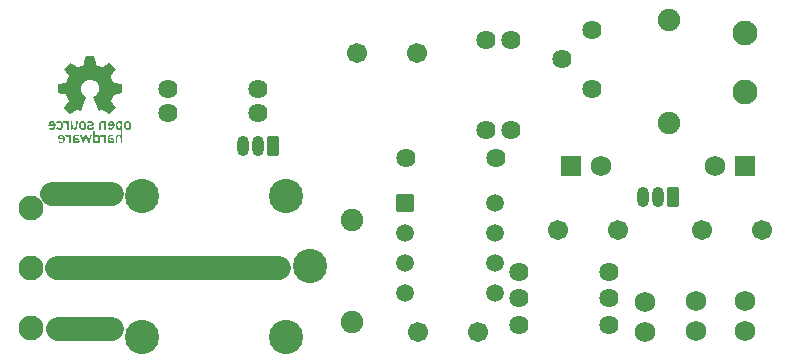
<source format=gbs>
G04 Layer: BottomSolderMaskLayer*
G04 EasyEDA v6.5.22, 2023-02-12 13:27:05*
G04 9d2100fef43045d39f3febf0e37c7303,ed70181f279245e6aff80281ee7dc86a,10*
G04 Gerber Generator version 0.2*
G04 Scale: 100 percent, Rotated: No, Reflected: No *
G04 Dimensions in millimeters *
G04 leading zeros omitted , absolute positions ,4 integer and 5 decimal *
%FSLAX45Y45*%
%MOMM*%

%AMMACRO1*1,1,$1,$2,$3*1,1,$1,$4,$5*1,1,$1,0-$2,0-$3*1,1,$1,0-$4,0-$5*20,1,$1,$2,$3,$4,$5,0*20,1,$1,$4,$5,0-$2,0-$3,0*20,1,$1,0-$2,0-$3,0-$4,0-$5,0*20,1,$1,0-$4,0-$5,$2,$3,0*4,1,4,$2,$3,$4,$5,0-$2,0-$3,0-$4,0-$5,$2,$3,0*%
%ADD10C,2.0000*%
%ADD11C,1.7016*%
%ADD12C,1.7526*%
%ADD13MACRO1,0.1016X0.8255X-0.8255X-0.8255X-0.8255*%
%ADD14MACRO1,0.1016X-0.8255X0.8255X0.8255X0.8255*%
%ADD15C,1.9016*%
%ADD16C,2.1016*%
%ADD17O,1.0015981999999999X1.7015968*%
%ADD18MACRO1,0.1016X0.45X-0.8X-0.45X-0.8*%
%ADD19C,1.6256*%
%ADD20C,2.8956*%
%ADD21MACRO1,0.1016X0.6985X0.6985X0.6985X-0.6985*%
%ADD22C,1.4986*%
%ADD23C,0.0127*%

%LPD*%
G36*
X1386738Y5753608D02*
G01*
X1385163Y5748274D01*
X1382623Y5736336D01*
X1376680Y5704128D01*
X1373276Y5686856D01*
X1370888Y5677966D01*
X1330198Y5661304D01*
X1326235Y5660186D01*
X1322679Y5659729D01*
X1319326Y5659983D01*
X1315821Y5660948D01*
X1311910Y5662777D01*
X1301953Y5669026D01*
X1257198Y5699658D01*
X1204315Y5646775D01*
X1245768Y5586882D01*
X1239977Y5570220D01*
X1233627Y5555437D01*
X1230223Y5548020D01*
X1222044Y5531256D01*
X1151483Y5518759D01*
X1149705Y5446928D01*
X1155192Y5444134D01*
X1159713Y5442610D01*
X1167942Y5440527D01*
X1178763Y5438241D01*
X1221181Y5430570D01*
X1229410Y5411673D01*
X1235710Y5396534D01*
X1244701Y5373674D01*
X1203909Y5314391D01*
X1256690Y5261559D01*
X1294079Y5287365D01*
X1301851Y5292496D01*
X1307896Y5295950D01*
X1312722Y5297881D01*
X1316939Y5298389D01*
X1321003Y5297678D01*
X1325524Y5295849D01*
X1342999Y5287010D01*
X1345438Y5291226D01*
X1353413Y5309565D01*
X1366215Y5340350D01*
X1382674Y5380786D01*
X1391208Y5402326D01*
X1392478Y5406034D01*
X1391259Y5407914D01*
X1387957Y5411470D01*
X1370584Y5427624D01*
X1364234Y5434634D01*
X1358798Y5441543D01*
X1355039Y5447588D01*
X1348384Y5460441D01*
X1348384Y5500319D01*
X1354734Y5512612D01*
X1358087Y5518556D01*
X1361795Y5524042D01*
X1365808Y5529173D01*
X1370177Y5533898D01*
X1374800Y5538216D01*
X1379728Y5542127D01*
X1384960Y5545582D01*
X1390446Y5548579D01*
X1396187Y5551119D01*
X1402130Y5553202D01*
X1408328Y5554827D01*
X1414729Y5555996D01*
X1427835Y5557774D01*
X1440281Y5554421D01*
X1446174Y5552389D01*
X1453134Y5549341D01*
X1460195Y5545734D01*
X1466596Y5541873D01*
X1480464Y5532678D01*
X1498346Y5500319D01*
X1497939Y5460441D01*
X1491335Y5447690D01*
X1487525Y5441645D01*
X1482039Y5434634D01*
X1475536Y5427472D01*
X1468831Y5421071D01*
X1452880Y5407101D01*
X1493977Y5307025D01*
X1499768Y5293563D01*
X1503222Y5286959D01*
X1520799Y5295849D01*
X1525320Y5297678D01*
X1529384Y5298389D01*
X1533550Y5297881D01*
X1538376Y5296001D01*
X1544370Y5292547D01*
X1562201Y5280558D01*
X1589227Y5261864D01*
X1642567Y5314188D01*
X1601622Y5373674D01*
X1610614Y5396534D01*
X1616862Y5411622D01*
X1625041Y5430367D01*
X1665528Y5437886D01*
X1684629Y5442204D01*
X1689607Y5443728D01*
X1696618Y5446572D01*
X1694891Y5518759D01*
X1624279Y5531154D01*
X1612696Y5555386D01*
X1606346Y5570220D01*
X1600555Y5586882D01*
X1642059Y5646775D01*
X1589176Y5699607D01*
X1538579Y5665470D01*
X1534058Y5662777D01*
X1530248Y5660999D01*
X1526743Y5659983D01*
X1523441Y5659729D01*
X1519936Y5660186D01*
X1516075Y5661253D01*
X1475587Y5677458D01*
X1474063Y5682538D01*
X1471574Y5694222D01*
X1463700Y5736336D01*
X1461160Y5748274D01*
X1459585Y5753608D01*
G37*
G36*
X1441145Y5207863D02*
G01*
X1426108Y5206441D01*
X1419910Y5205526D01*
X1414068Y5204206D01*
X1409293Y5202631D01*
X1406245Y5200954D01*
X1401368Y5196941D01*
X1410360Y5187950D01*
X1429918Y5194757D01*
X1435760Y5191607D01*
X1437995Y5190083D01*
X1439875Y5188153D01*
X1441145Y5186070D01*
X1441602Y5184140D01*
X1441602Y5179771D01*
X1415542Y5175453D01*
X1405788Y5173522D01*
X1402181Y5165598D01*
X1399438Y5158079D01*
X1399032Y5152136D01*
X1401216Y5146751D01*
X1406144Y5141010D01*
X1413662Y5133441D01*
X1441907Y5133441D01*
X1450949Y5138115D01*
X1456791Y5141671D01*
X1459484Y5144820D01*
X1459128Y5147970D01*
X1455877Y5151475D01*
X1451711Y5154930D01*
X1432102Y5145125D01*
X1424432Y5147056D01*
X1421282Y5148173D01*
X1418488Y5149850D01*
X1416253Y5151780D01*
X1414932Y5153812D01*
X1413052Y5158638D01*
X1417370Y5161330D01*
X1419758Y5162397D01*
X1423162Y5163261D01*
X1427124Y5163870D01*
X1431188Y5164124D01*
X1440738Y5164175D01*
X1456944Y5176875D01*
X1456944Y5192064D01*
G37*
G36*
X1260449Y5207558D02*
G01*
X1260449Y5133441D01*
X1275791Y5133441D01*
X1275791Y5140807D01*
X1279499Y5137150D01*
X1281684Y5135727D01*
X1284986Y5134559D01*
X1288846Y5133746D01*
X1292961Y5133441D01*
X1302766Y5133441D01*
X1317244Y5145176D01*
X1319377Y5207152D01*
X1303426Y5207152D01*
X1303426Y5155692D01*
X1299006Y5152034D01*
X1296619Y5150662D01*
X1293368Y5149748D01*
X1289659Y5149240D01*
X1285951Y5149342D01*
X1277315Y5150358D01*
X1274267Y5205577D01*
G37*
G36*
X1745183Y5207152D02*
G01*
X1739290Y5206695D01*
X1733905Y5205425D01*
X1729079Y5203393D01*
X1724863Y5200599D01*
X1721205Y5197094D01*
X1718208Y5192979D01*
X1715871Y5188204D01*
X1714195Y5182819D01*
X1713230Y5176926D01*
X1712998Y5170271D01*
X1727250Y5170271D01*
X1728012Y5178856D01*
X1730298Y5185867D01*
X1733448Y5191760D01*
X1741982Y5191760D01*
X1745538Y5191506D01*
X1749043Y5190693D01*
X1752041Y5189524D01*
X1754124Y5188102D01*
X1757832Y5184394D01*
X1757832Y5156149D01*
X1754124Y5152491D01*
X1752041Y5151069D01*
X1749043Y5149900D01*
X1745538Y5149088D01*
X1741982Y5148783D01*
X1733448Y5148783D01*
X1730298Y5154726D01*
X1728012Y5161737D01*
X1727250Y5170271D01*
X1712998Y5170271D01*
X1713484Y5163718D01*
X1714804Y5156454D01*
X1717598Y5144211D01*
X1730857Y5133441D01*
X1754378Y5133441D01*
X1771650Y5148275D01*
X1771650Y5192318D01*
X1754378Y5207152D01*
G37*
G36*
X1657553Y5207152D02*
G01*
X1644548Y5193233D01*
X1642465Y5180380D01*
X1641754Y5174132D01*
X1641591Y5169154D01*
X1656638Y5169154D01*
X1657248Y5178247D01*
X1659686Y5185867D01*
X1662836Y5191760D01*
X1680768Y5191760D01*
X1686560Y5170881D01*
X1682394Y5150358D01*
X1664462Y5148275D01*
X1660499Y5153710D01*
X1657705Y5160365D01*
X1656638Y5169154D01*
X1641591Y5169154D01*
X1641856Y5161991D01*
X1642719Y5156403D01*
X1643989Y5151221D01*
X1645767Y5146598D01*
X1647952Y5142636D01*
X1650542Y5139436D01*
X1656486Y5133441D01*
X1667052Y5133441D01*
X1671320Y5133695D01*
X1675079Y5134356D01*
X1677974Y5135321D01*
X1679549Y5136540D01*
X1680514Y5137708D01*
X1681734Y5138674D01*
X1683054Y5139334D01*
X1684324Y5139588D01*
X1687220Y5139588D01*
X1687220Y5084114D01*
X1681276Y5087264D01*
X1678228Y5088534D01*
X1674418Y5089550D01*
X1670253Y5090210D01*
X1666239Y5090464D01*
X1657197Y5090464D01*
X1642668Y5078730D01*
X1642668Y5018328D01*
X1656486Y5016347D01*
X1656486Y5068011D01*
X1668322Y5078730D01*
X1674875Y5076647D01*
X1677974Y5075224D01*
X1680565Y5072989D01*
X1682699Y5069840D01*
X1684375Y5065725D01*
X1685645Y5060594D01*
X1686509Y5054295D01*
X1687017Y5046827D01*
X1687220Y5038090D01*
X1687220Y5016804D01*
X1699463Y5016804D01*
X1699463Y5207152D01*
X1693621Y5207152D01*
X1691233Y5206847D01*
X1689100Y5206085D01*
X1687474Y5204968D01*
X1686560Y5203647D01*
X1685391Y5200091D01*
X1678787Y5203647D01*
X1675688Y5204968D01*
X1672031Y5206085D01*
X1668272Y5206847D01*
X1664919Y5207152D01*
G37*
G36*
X1592478Y5207152D02*
G01*
X1573580Y5191252D01*
X1573580Y5176418D01*
X1586077Y5176418D01*
X1588566Y5183073D01*
X1589989Y5185867D01*
X1592122Y5188458D01*
X1594662Y5190642D01*
X1597304Y5192064D01*
X1603603Y5194401D01*
X1610106Y5189829D01*
X1612595Y5187746D01*
X1614678Y5185308D01*
X1616100Y5182920D01*
X1616608Y5180888D01*
X1616608Y5176418D01*
X1573580Y5176418D01*
X1573580Y5164175D01*
X1616608Y5164175D01*
X1616608Y5160010D01*
X1616100Y5157978D01*
X1614728Y5155438D01*
X1612747Y5152745D01*
X1610360Y5150256D01*
X1604060Y5144566D01*
X1582521Y5152390D01*
X1572971Y5144465D01*
X1586585Y5133441D01*
X1598726Y5133441D01*
X1603603Y5133848D01*
X1608175Y5134965D01*
X1612442Y5136743D01*
X1616354Y5139131D01*
X1619910Y5142077D01*
X1623110Y5145430D01*
X1625854Y5149240D01*
X1628190Y5153355D01*
X1630121Y5157724D01*
X1631594Y5162245D01*
X1632559Y5166969D01*
X1633067Y5171694D01*
X1633067Y5176469D01*
X1632559Y5181142D01*
X1631492Y5185664D01*
X1629816Y5189982D01*
X1627632Y5194046D01*
X1624838Y5197703D01*
X1621383Y5201005D01*
X1617370Y5203799D01*
X1614525Y5205018D01*
X1610715Y5206034D01*
X1606448Y5206746D01*
X1602232Y5207050D01*
G37*
G36*
X1552346Y5207152D02*
G01*
X1550009Y5206847D01*
X1547876Y5206085D01*
X1546250Y5204968D01*
X1545336Y5203647D01*
X1544167Y5200091D01*
X1537563Y5203647D01*
X1530400Y5206441D01*
X1523644Y5206746D01*
X1517040Y5204561D01*
X1510233Y5199888D01*
X1501800Y5192572D01*
X1499209Y5133441D01*
X1515262Y5133441D01*
X1515262Y5156657D01*
X1515516Y5166156D01*
X1516227Y5174843D01*
X1517192Y5181701D01*
X1518462Y5185867D01*
X1521612Y5191760D01*
X1539595Y5191760D01*
X1542796Y5185867D01*
X1544015Y5181701D01*
X1545031Y5174843D01*
X1545742Y5166156D01*
X1545996Y5156657D01*
X1545996Y5133441D01*
X1558239Y5133441D01*
X1558239Y5207152D01*
G37*
G36*
X1349806Y5207152D02*
G01*
X1332941Y5192623D01*
X1330615Y5156149D01*
X1346403Y5156149D01*
X1346403Y5184394D01*
X1350111Y5188102D01*
X1353769Y5190845D01*
X1357731Y5192268D01*
X1361744Y5192318D01*
X1365656Y5191150D01*
X1369212Y5188864D01*
X1372209Y5185562D01*
X1374546Y5181295D01*
X1375918Y5176164D01*
X1377594Y5165699D01*
X1371142Y5148783D01*
X1362456Y5148783D01*
X1358798Y5149088D01*
X1355242Y5149900D01*
X1352194Y5151069D01*
X1350111Y5152491D01*
X1346403Y5156149D01*
X1330615Y5156149D01*
X1330350Y5152085D01*
X1348994Y5133441D01*
X1373225Y5133441D01*
X1389380Y5149646D01*
X1389380Y5191252D01*
X1370482Y5207152D01*
G37*
G36*
X1165098Y5207152D02*
G01*
X1158138Y5206593D01*
X1151940Y5205171D01*
X1146759Y5202986D01*
X1142695Y5200345D01*
X1140155Y5197398D01*
X1139291Y5194350D01*
X1140358Y5191404D01*
X1143609Y5188813D01*
X1149553Y5185613D01*
X1151432Y5188712D01*
X1155750Y5191201D01*
X1162710Y5191658D01*
X1170127Y5190185D01*
X1175816Y5186934D01*
X1180642Y5182158D01*
X1180642Y5171389D01*
X1180388Y5166766D01*
X1179677Y5162092D01*
X1178661Y5157876D01*
X1177442Y5154726D01*
X1174292Y5148783D01*
X1164234Y5148783D01*
X1160119Y5149037D01*
X1156258Y5149748D01*
X1153109Y5150713D01*
X1151077Y5151932D01*
X1147927Y5155082D01*
X1137107Y5143093D01*
X1146403Y5138267D01*
X1150874Y5136388D01*
X1156106Y5134864D01*
X1161389Y5133848D01*
X1166215Y5133441D01*
X1176680Y5133441D01*
X1184656Y5140858D01*
X1187958Y5144312D01*
X1190701Y5147970D01*
X1192784Y5151831D01*
X1194308Y5156098D01*
X1195273Y5160670D01*
X1195730Y5165750D01*
X1195628Y5171287D01*
X1195019Y5177383D01*
X1193292Y5190236D01*
X1174394Y5207152D01*
G37*
G36*
X1105103Y5207050D02*
G01*
X1099769Y5206949D01*
X1094587Y5205730D01*
X1089660Y5203545D01*
X1085138Y5200446D01*
X1081176Y5196484D01*
X1077874Y5191760D01*
X1075334Y5186273D01*
X1073708Y5180177D01*
X1073393Y5176418D01*
X1088085Y5176418D01*
X1089050Y5181447D01*
X1090523Y5185460D01*
X1093063Y5188610D01*
X1096314Y5190845D01*
X1100124Y5192064D01*
X1104188Y5192268D01*
X1108252Y5191404D01*
X1112062Y5189423D01*
X1115364Y5186222D01*
X1118565Y5181295D01*
X1118006Y5178298D01*
X1113231Y5176824D01*
X1103630Y5176418D01*
X1073393Y5176418D01*
X1073150Y5173522D01*
X1073150Y5164175D01*
X1119225Y5164175D01*
X1119225Y5161076D01*
X1118463Y5157266D01*
X1116380Y5153863D01*
X1113282Y5151018D01*
X1109370Y5148834D01*
X1104900Y5147411D01*
X1100226Y5146903D01*
X1095552Y5147411D01*
X1091184Y5149037D01*
X1085037Y5152288D01*
X1075588Y5144465D01*
X1089202Y5133441D01*
X1112723Y5133441D01*
X1128776Y5147259D01*
X1133906Y5170271D01*
X1128776Y5193334D01*
X1120749Y5200243D01*
X1115720Y5203748D01*
X1110437Y5205984D01*
G37*
G36*
X1235202Y5207000D02*
G01*
X1231239Y5205780D01*
X1228852Y5203291D01*
X1227429Y5199481D01*
X1223365Y5203291D01*
X1218488Y5205882D01*
X1211884Y5206949D01*
X1204976Y5206390D01*
X1199184Y5204206D01*
X1194663Y5201361D01*
X1205331Y5189575D01*
X1221486Y5192674D01*
X1229766Y5181396D01*
X1229766Y5133441D01*
X1245108Y5133441D01*
X1244955Y5181904D01*
X1244498Y5193436D01*
X1243838Y5201564D01*
X1243025Y5205069D01*
X1239570Y5206847D01*
G37*
G36*
X1463090Y5121605D02*
G01*
X1449273Y5119624D01*
X1449273Y5062728D01*
X1462278Y5062728D01*
X1472438Y5078171D01*
X1484426Y5078171D01*
X1494586Y5062728D01*
X1492859Y5050028D01*
X1491081Y5041900D01*
X1488236Y5036362D01*
X1484071Y5033213D01*
X1478432Y5032248D01*
X1472793Y5033213D01*
X1468628Y5036362D01*
X1465732Y5041900D01*
X1464005Y5050028D01*
X1462278Y5062728D01*
X1449273Y5062728D01*
X1449273Y5018379D01*
X1455013Y5017312D01*
X1457452Y5017160D01*
X1459788Y5017566D01*
X1461770Y5018532D01*
X1463090Y5019852D01*
X1465376Y5023561D01*
X1471676Y5020157D01*
X1478483Y5017516D01*
X1484985Y5017109D01*
X1491386Y5018989D01*
X1497990Y5023154D01*
X1506067Y5029504D01*
X1506067Y5078171D01*
X1493774Y5090464D01*
X1484376Y5090464D01*
X1480261Y5090210D01*
X1475994Y5089550D01*
X1472082Y5088534D01*
X1469034Y5087264D01*
X1463090Y5084114D01*
G37*
G36*
X1525422Y5091379D02*
G01*
X1520545Y5090769D01*
X1516278Y5089245D01*
X1513230Y5086959D01*
X1511808Y5084064D01*
X1512570Y5080609D01*
X1515770Y5074564D01*
X1531366Y5078476D01*
X1542897Y5068011D01*
X1542897Y5016347D01*
X1556715Y5018328D01*
X1558442Y5090464D01*
X1542897Y5090464D01*
X1542897Y5083098D01*
X1539240Y5086807D01*
X1535277Y5089499D01*
X1530502Y5091023D01*
G37*
G36*
X1441145Y5090820D02*
G01*
X1425041Y5088940D01*
X1411884Y5039868D01*
X1395018Y5090464D01*
X1383741Y5090464D01*
X1376934Y5067452D01*
X1374089Y5058511D01*
X1371447Y5051196D01*
X1369314Y5046218D01*
X1367993Y5044440D01*
X1366723Y5046218D01*
X1364792Y5051196D01*
X1362506Y5058511D01*
X1354378Y5090464D01*
X1340256Y5090464D01*
X1340256Y5086654D01*
X1341120Y5082540D01*
X1347012Y5062931D01*
X1362252Y5016804D01*
X1373784Y5016804D01*
X1383334Y5049012D01*
X1385773Y5056174D01*
X1387856Y5060543D01*
X1389684Y5062118D01*
X1391462Y5061000D01*
X1393393Y5057140D01*
X1395679Y5050586D01*
X1405534Y5016804D01*
X1413459Y5016804D01*
X1415338Y5017211D01*
X1416964Y5018481D01*
X1418590Y5021173D01*
X1420520Y5025796D01*
X1426108Y5042763D01*
G37*
G36*
X1226058Y5090718D02*
G01*
X1221587Y5089855D01*
X1218184Y5088178D01*
X1216152Y5085791D01*
X1215898Y5082844D01*
X1217726Y5079390D01*
X1221638Y5074716D01*
X1235811Y5078272D01*
X1248156Y5065928D01*
X1248156Y5016347D01*
X1261973Y5018328D01*
X1263700Y5090464D01*
X1255928Y5090464D01*
X1252931Y5090210D01*
X1250442Y5089550D01*
X1248765Y5088534D01*
X1248156Y5087264D01*
X1248156Y5084114D01*
X1242212Y5087264D01*
X1236726Y5089550D01*
X1231239Y5090668D01*
G37*
G36*
X1585874Y5090464D02*
G01*
X1573580Y5078171D01*
X1573580Y5050536D01*
X1588566Y5050536D01*
X1601012Y5049926D01*
X1608531Y5049012D01*
X1616964Y5046980D01*
X1615033Y5033670D01*
X1590497Y5033670D01*
X1588566Y5050536D01*
X1573580Y5050536D01*
X1573580Y5016804D01*
X1579575Y5016804D01*
X1582013Y5017008D01*
X1584350Y5017668D01*
X1586230Y5018684D01*
X1587449Y5019852D01*
X1589328Y5022951D01*
X1601876Y5016246D01*
X1622552Y5020106D01*
X1627225Y5026812D01*
X1630781Y5033822D01*
X1631696Y5040934D01*
X1630019Y5047640D01*
X1625803Y5053634D01*
X1619656Y5059781D01*
X1588566Y5059781D01*
X1590497Y5076647D01*
X1606346Y5076647D01*
X1617268Y5077104D01*
X1623364Y5078679D01*
X1625092Y5081473D01*
X1622806Y5085791D01*
X1618894Y5090464D01*
G37*
G36*
X1291132Y5090464D02*
G01*
X1278890Y5078171D01*
X1278890Y5050536D01*
X1293825Y5050536D01*
X1306271Y5049926D01*
X1313840Y5049012D01*
X1322222Y5046980D01*
X1320342Y5033670D01*
X1295755Y5033670D01*
X1293825Y5050536D01*
X1278890Y5050536D01*
X1278890Y5016804D01*
X1284833Y5016804D01*
X1287272Y5017008D01*
X1289608Y5017668D01*
X1291488Y5018684D01*
X1292707Y5019852D01*
X1294587Y5022951D01*
X1307134Y5016246D01*
X1327810Y5020106D01*
X1332484Y5026812D01*
X1336040Y5033822D01*
X1336954Y5040934D01*
X1335278Y5047640D01*
X1331061Y5053634D01*
X1324914Y5059781D01*
X1293825Y5059781D01*
X1295755Y5076647D01*
X1311554Y5076647D01*
X1322476Y5077104D01*
X1328623Y5078679D01*
X1330350Y5081473D01*
X1328064Y5085791D01*
X1324152Y5090464D01*
G37*
G36*
X1195425Y5090464D02*
G01*
X1182674Y5090363D01*
X1175918Y5089804D01*
X1169974Y5088280D01*
X1164894Y5085791D01*
X1160678Y5082387D01*
X1157376Y5078069D01*
X1154938Y5072888D01*
X1153464Y5066842D01*
X1153007Y5059781D01*
X1168349Y5059781D01*
X1168349Y5065268D01*
X1168654Y5067706D01*
X1169416Y5070297D01*
X1170584Y5072634D01*
X1172006Y5074513D01*
X1173988Y5075936D01*
X1176629Y5077104D01*
X1179626Y5077917D01*
X1182624Y5078171D01*
X1189482Y5078171D01*
X1194155Y5071567D01*
X1197203Y5065826D01*
X1196441Y5062220D01*
X1191463Y5060340D01*
X1181963Y5059781D01*
X1153007Y5059781D01*
X1153007Y5050536D01*
X1182166Y5050434D01*
X1188313Y5050078D01*
X1192733Y5049418D01*
X1195628Y5048351D01*
X1197102Y5046827D01*
X1197254Y5044795D01*
X1196238Y5042103D01*
X1194155Y5038750D01*
X1189482Y5032146D01*
X1181760Y5032146D01*
X1178356Y5032349D01*
X1174699Y5033010D01*
X1171244Y5033975D01*
X1168450Y5035143D01*
X1162862Y5038140D01*
X1155293Y5029047D01*
X1159052Y5024526D01*
X1161389Y5022646D01*
X1164894Y5020767D01*
X1169111Y5019141D01*
X1173581Y5017973D01*
X1184351Y5015992D01*
X1205331Y5025948D01*
X1208328Y5033873D01*
X1209497Y5038090D01*
X1210462Y5043830D01*
X1211072Y5050231D01*
X1211326Y5056682D01*
X1211326Y5071567D01*
G37*
D10*
X1104900Y4584700D02*
G01*
X1612900Y4584700D01*
X1155700Y3441700D02*
G01*
X1612900Y3441700D01*
X1143000Y3962400D02*
G01*
X3022600Y3962400D01*
D11*
G01*
X5384800Y4279900D03*
G01*
X5892800Y4279900D03*
G01*
X6604000Y4279900D03*
G01*
X7112000Y4279900D03*
G01*
X4203700Y3416300D03*
G01*
X4711700Y3416300D03*
G01*
X3683000Y5778500D03*
G01*
X4191000Y5778500D03*
D12*
G01*
X5753100Y4826000D03*
D13*
G01*
X5499100Y4826000D03*
D12*
G01*
X6718300Y4826000D03*
D14*
G01*
X6972300Y4826000D03*
D15*
G01*
X6324600Y6061100D03*
G01*
X6324600Y5191099D03*
G01*
X3644900Y3501999D03*
G01*
X3644900Y4372000D03*
D16*
G01*
X927100Y3454400D03*
G01*
X927100Y4470400D03*
G01*
X927100Y3962400D03*
G01*
X6972300Y5451855D03*
G01*
X6972300Y5952744D03*
D17*
G01*
X2717800Y4991100D03*
G01*
X2844800Y4991100D03*
D18*
G01*
X2971798Y4991100D03*
D17*
G01*
X6108700Y4559300D03*
G01*
X6235700Y4559300D03*
D18*
G01*
X6362698Y4559300D03*
D19*
G01*
X2844800Y5473700D03*
G01*
X2082800Y5473700D03*
G01*
X2082800Y5270500D03*
G01*
X2844800Y5270500D03*
G01*
X4102100Y4889500D03*
G01*
X4864100Y4889500D03*
G01*
X5054600Y3924300D03*
G01*
X5816600Y3924300D03*
G01*
X5054600Y3479800D03*
G01*
X5816600Y3479800D03*
G01*
X5054600Y3708400D03*
G01*
X5816600Y3708400D03*
G01*
X4991100Y5130800D03*
G01*
X4991100Y5892800D03*
G01*
X4775200Y5892800D03*
G01*
X4775200Y5130800D03*
D20*
G01*
X1868093Y4575047D03*
G01*
X3288106Y3975100D03*
G01*
X3088106Y3375101D03*
G01*
X3088106Y4575098D03*
G01*
X1868093Y3375152D03*
D19*
G01*
X5424906Y5727700D03*
G01*
X5674893Y5977686D03*
G01*
X5674893Y5477687D03*
D21*
G01*
X4089400Y4508500D03*
D22*
G01*
X4089400Y4254500D03*
G01*
X4089400Y4000500D03*
G01*
X4089400Y3746500D03*
G01*
X4851400Y3746500D03*
G01*
X4851400Y4000500D03*
G01*
X4851400Y4254500D03*
G01*
X4851400Y4508500D03*
D12*
G01*
X6121400Y3670300D03*
G01*
X6121400Y3416300D03*
G01*
X6553200Y3683000D03*
G01*
X6553200Y3429000D03*
G01*
X6972300Y3683000D03*
G01*
X6972300Y3429000D03*
M02*

</source>
